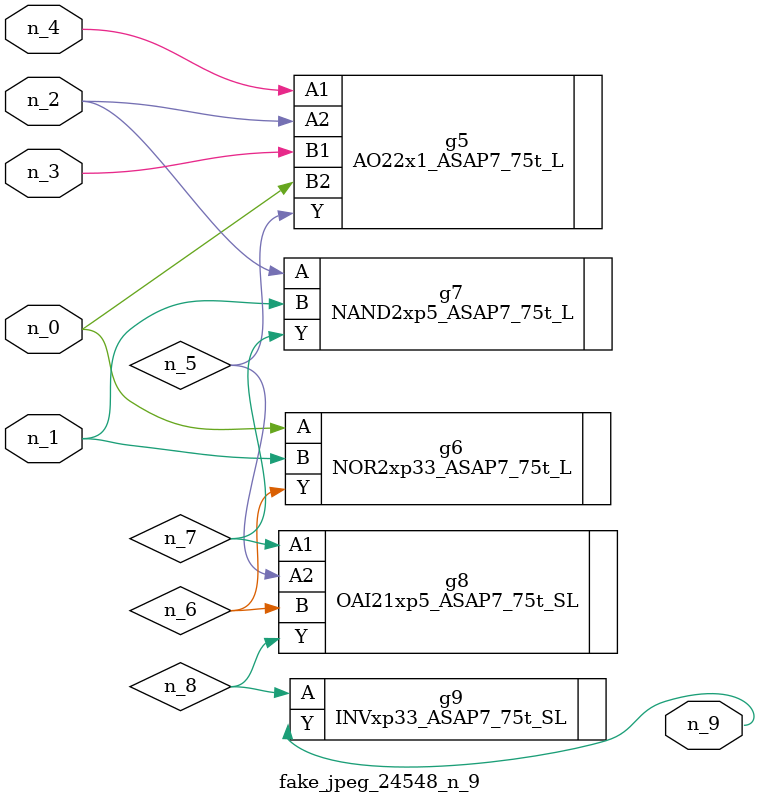
<source format=v>
module fake_jpeg_24548_n_9 (n_3, n_2, n_1, n_0, n_4, n_9);

input n_3;
input n_2;
input n_1;
input n_0;
input n_4;

output n_9;

wire n_8;
wire n_6;
wire n_5;
wire n_7;

AO22x1_ASAP7_75t_L g5 ( 
.A1(n_4),
.A2(n_2),
.B1(n_3),
.B2(n_0),
.Y(n_5)
);

NOR2xp33_ASAP7_75t_L g6 ( 
.A(n_0),
.B(n_1),
.Y(n_6)
);

NAND2xp5_ASAP7_75t_L g7 ( 
.A(n_2),
.B(n_1),
.Y(n_7)
);

OAI21xp5_ASAP7_75t_SL g8 ( 
.A1(n_7),
.A2(n_5),
.B(n_6),
.Y(n_8)
);

INVxp33_ASAP7_75t_SL g9 ( 
.A(n_8),
.Y(n_9)
);


endmodule
</source>
